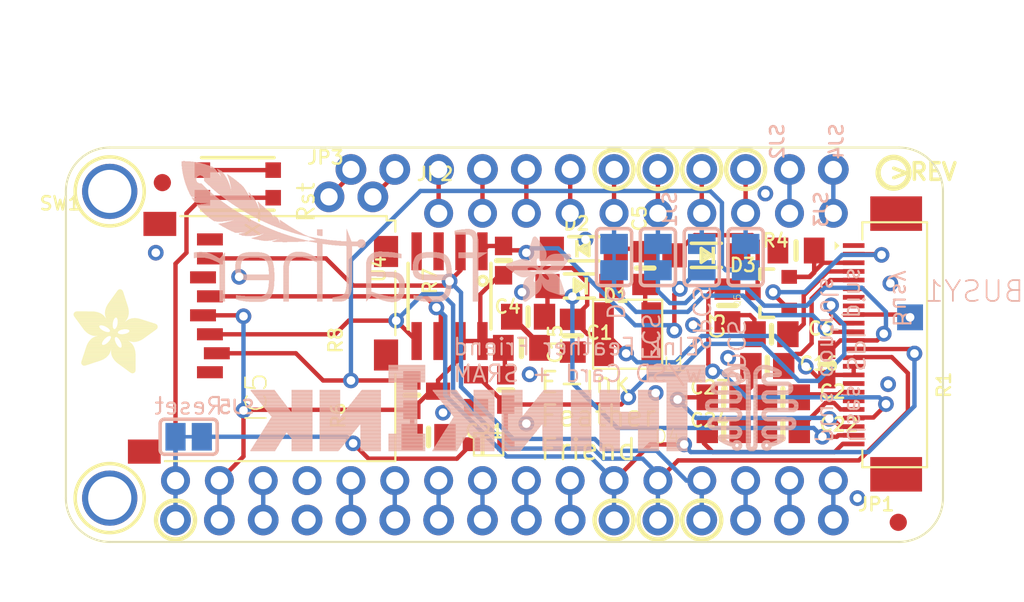
<source format=kicad_pcb>
(kicad_pcb (version 20171130) (host pcbnew 5.1.9-73d0e3b20d~88~ubuntu18.04.1)
  (layers (0 Top signal) (31 Bottom signal) (34 B.Paste user) (35 F.Paste user) (36 B.SilkS user) (37 F.SilkS user) (38 B.Mask user) (39 F.Mask user) (44 Edge.Cuts user))
  (net 0 "")
  (net 1 GND)
  (net 2 3.3V)
  (net 3 "Net-(C16-Pad2)")
  (net 4 /MOSI)
  (net 5 /SCLK)
  (net 6 "Net-(U4-Pad3)")
  (net 7 /SRAM_CS)
  (net 8 /MISO)
  (net 9 "Net-(X1-Pad1)")
  (net 10 /SD_CS)
  (net 11 "Net-(X1-Pad8)")
  (net 12 "Net-(X1-PadCD2)")
  (net 13 "Net-(X1-PadCD1)")
  (net 14 "Net-(C24-Pad2)")
  (net 15 /VGL)
  (net 16 "Net-(C23-Pad2)")
  (net 17 /VGH)
  (net 18 "Net-(C22-Pad2)")
  (net 19 "Net-(EINK1-Pad19)")
  (net 20 "Net-(C2-Pad2)")
  (net 21 /EINK_CS)
  (net 22 /DC)
  (net 23 /EINK_RESET)
  (net 24 /BUSY)
  (net 25 "Net-(EINK1-Pad7)")
  (net 26 "Net-(EINK1-Pad6)")
  (net 27 "Net-(C6-Pad2)")
  (net 28 /RESE)
  (net 29 /GDR)
  (net 30 "Net-(C5-Pad2)")
  (net 31 "Net-(C5-Pad1)")
  (net 32 /RESET)
  (net 33 "Net-(JP1-Pad14)")
  (net 34 "Net-(JP1-Pad1)")
  (net 35 "Net-(JP1-Pad2)")
  (net 36 "Net-(JP1-Pad3)")
  (net 37 "Net-(JP1-Pad7)")
  (net 38 "Net-(JP1-Pad8)")
  (net 39 "Net-(JP1-Pad9)")
  (net 40 "Net-(JP1-Pad10)")
  (net 41 "Net-(JP1-Pad11)")
  (net 42 "Net-(JP1-Pad12)")
  (net 43 "Net-(JP2-Pad10)")
  (net 44 "Net-(JP2-Pad9)")
  (net 45 "Net-(JP2-Pad8)")
  (net 46 "Net-(JP2-Pad7)")
  (net 47 "Net-(JP2-Pad6)")
  (net 48 "Net-(JP2-Pad5)")
  (net 49 "Net-(JP2-Pad4)")
  (net 50 "Net-(JP2-Pad3)")
  (net 51 "Net-(JP2-Pad2)")
  (net 52 "Net-(JP2-Pad1)")
  (net 53 "Net-(JP3-Pad2)")
  (net 54 "Net-(JP3-Pad1)")
  (net 55 "Net-(D4-PadC)")
  (module "Adafruit eInk Feather Friend:FIDUCIAL_1MM" (layer Top) (at 171.3131 115.2976)
    (fp_text reference FID1 hide)
    (fp_text value FIDUCIAL_1MM hide)
    (pad 1 smd roundrect (at 0 0) (size 1 1) (layers Top F.Mask) (roundrect_rratio 0.5))
  )
  (module "Adafruit eInk Feather Friend:0805-NO" (layer Top) (at 152.4595 104.482 90)
    (fp_text reference C15 (at -1.694 -0.5635 90) (layer F.SilkS) (effects (font (size 0.77216 0.77216) (thickness 0.138988)) (justify left bottom)))
    (fp_text value 10uF/10V+)
    (pad 2 smd rect (at 0.95 0 90) (size 1.24 1.5) (layers Top F.Paste F.Mask) (net 2 3.3V))
    (pad 1 smd rect (at -0.95 0 90) (size 1.24 1.5) (layers Top F.Paste F.Mask) (net 1 GND))
  )
  (module "Adafruit eInk Feather Friend:0805-NO" (layer Top) (at 163.7275 106.2334)
    (fp_text reference C16 (at 1.778 0.3175) (layer F.SilkS) (effects (font (size 0.77216 0.77216) (thickness 0.138988)) (justify left bottom)))
    (fp_text value 1uF)
    (pad 2 smd rect (at 0.95 0) (size 1.24 1.5) (layers Top F.Paste F.Mask) (net 3 "Net-(C16-Pad2)"))
    (pad 1 smd rect (at -0.95 0) (size 1.24 1.5) (layers Top F.Paste F.Mask) (net 1 GND))
  )
  (module "Adafruit eInk Feather Friend:0805-NO" (layer Top) (at 144.1081 110.3476)
    (fp_text reference C21 (at 2.032 0.127) (layer F.SilkS) (effects (font (size 0.77216 0.77216) (thickness 0.138988)) (justify left bottom)))
    (fp_text value 10µF)
    (pad 2 smd rect (at 0.95 0) (size 1.24 1.5) (layers Top F.Paste F.Mask) (net 1 GND))
    (pad 1 smd rect (at -0.95 0) (size 1.24 1.5) (layers Top F.Paste F.Mask) (net 2 3.3V))
  )
  (module "Adafruit eInk Feather Friend:SOIC8_150MIL" (layer Top) (at 145.3217 102.1896 180)
    (fp_text reference U4 (at 3.643 0.717 90) (layer F.SilkS) (effects (font (size 0.77216 0.77216) (thickness 0.138988)) (justify left bottom)))
    (fp_text value 23K256-I/SN)
    (pad 5 smd rect (at 1.905 -2.6 180) (size 0.6 2.2) (layers Top F.Paste F.Mask) (net 4 /MOSI))
    (pad 6 smd rect (at 0.635 -2.6 180) (size 0.6 2.2) (layers Top F.Paste F.Mask) (net 5 /SCLK))
    (pad 8 smd rect (at -1.905 -2.6 180) (size 0.6 2.2) (layers Top F.Paste F.Mask) (net 2 3.3V))
    (pad 4 smd rect (at 1.905 2.6 180) (size 0.6 2.2) (layers Top F.Paste F.Mask) (net 1 GND))
    (pad 3 smd rect (at 0.635 2.6 180) (size 0.6 2.2) (layers Top F.Paste F.Mask) (net 6 "Net-(U4-Pad3)"))
    (pad 1 smd rect (at -1.905 2.6 180) (size 0.6 2.2) (layers Top F.Paste F.Mask) (net 7 /SRAM_CS))
    (pad 7 smd rect (at -0.635 -2.6 180) (size 0.6 2.2) (layers Top F.Paste F.Mask) (net 2 3.3V))
    (pad 2 smd rect (at -0.635 2.6 180) (size 0.6 2.2) (layers Top F.Paste F.Mask) (net 8 /MISO))
  )
  (module "Adafruit eInk Feather Friend:0805_10MGAP" (layer Top) (at 149.4863 105.1826)
    (fp_text reference C1 (at 3.678 -0.4215) (layer F.SilkS) (effects (font (size 0.77216 0.77216) (thickness 0.138988)) (justify left bottom)))
    (fp_text value 1uF)
    (pad 2 smd rect (at 1.05 0) (size 1.2 1.5) (layers Top F.Paste F.Mask) (net 1 GND))
    (pad 1 smd rect (at -1.05 0) (size 1.2 1.5) (layers Top F.Paste F.Mask) (net 2 3.3V))
  )
  (module "Adafruit eInk Feather Friend:MICROSD" (layer Top) (at 142.0839 97.5986 270)
    (fp_text reference X1 (at 1.18 7.69 90) (layer F.SilkS) (effects (font (size 0.77216 0.77216) (thickness 0.138988)) (justify left bottom)))
    (fp_text value MICROSD)
    (pad 1 smd rect (at 9 10.64 270) (size 0.7 1.5) (layers Top F.Paste F.Mask) (net 9 "Net-(X1-Pad1)"))
    (pad 2 smd rect (at 7.9 10.24 270) (size 0.7 1.5) (layers Top F.Paste F.Mask) (net 10 /SD_CS))
    (pad 3 smd rect (at 6.8 10.64 270) (size 0.7 1.5) (layers Top F.Paste F.Mask) (net 4 /MOSI))
    (pad 4 smd rect (at 5.7 11.04 270) (size 0.7 1.5) (layers Top F.Paste F.Mask) (net 2 3.3V))
    (pad 5 smd rect (at 4.6 10.64 270) (size 0.7 1.5) (layers Top F.Paste F.Mask) (net 5 /SCLK))
    (pad 6 smd rect (at 3.5 11.04 270) (size 0.7 1.5) (layers Top F.Paste F.Mask) (net 1 GND))
    (pad 7 smd rect (at 2.4 10.64 270) (size 0.7 1.5) (layers Top F.Paste F.Mask) (net 8 /MISO))
    (pad 8 smd rect (at 1.3 10.64 270) (size 0.7 1.5) (layers Top F.Paste F.Mask) (net 11 "Net-(X1-Pad8)"))
    (pad CD2 smd rect (at 8 0.44) (size 1.4 1.8) (layers Top F.Paste F.Mask) (net 12 "Net-(X1-PadCD2)"))
    (pad CD1 smd rect (at 2 0.44) (size 1.4 1.8) (layers Top F.Paste F.Mask) (net 13 "Net-(X1-PadCD1)"))
    (pad MT2 smd rect (at 13.6 14.44 270) (size 1.4 1.9) (layers Top F.Paste F.Mask) (net 1 GND))
    (pad MT1 smd rect (at 0.4 13.54 270) (size 1.4 1.9) (layers Top F.Paste F.Mask) (net 1 GND))
  )
  (module "Adafruit eInk Feather Friend:FIDUCIAL_1MM" (layer Top) (at 128.6891 95.6056)
    (fp_text reference FID3 hide)
    (fp_text value FIDUCIAL_1MM hide)
    (pad 1 smd roundrect (at 0 0) (size 1 1) (layers Top F.Mask) (roundrect_rratio 0.5))
  )
  (module "Adafruit eInk Feather Friend:PCBFEAT-REV-040" (layer Top) (at 171.0436 95.0341)
    (fp_text reference U$9 hide)
    (fp_text value "" hide)
    (fp_text user >REV (at -0.3556 0.508) (layer F.SilkS) (effects (font (size 0.9652 0.9652) (thickness 0.2032)) (justify left bottom)))
  )
  (module "Adafruit eInk Feather Friend:EINK_24PIN" (layer Top) (at 170.9801 105.0036 270)
    (fp_text reference EINK1 hide)
    (fp_text value EINK_24PIN_CONNECTOR hide)
    (pad 24 smd rect (at 5.75 2.25 270) (size 0.275 1.25) (layers Top F.Paste F.Mask) (net 14 "Net-(C24-Pad2)"))
    (pad 23 smd rect (at 5.25 2.25 270) (size 0.275 1.25) (layers Top F.Paste F.Mask) (net 15 /VGL))
    (pad 22 smd rect (at 4.75 2.25 270) (size 0.275 1.25) (layers Top F.Paste F.Mask) (net 16 "Net-(C23-Pad2)"))
    (pad 21 smd rect (at 4.25 2.25 270) (size 0.275 1.25) (layers Top F.Paste F.Mask) (net 17 /VGH))
    (pad 20 smd rect (at 3.75 2.25 270) (size 0.275 1.25) (layers Top F.Paste F.Mask) (net 18 "Net-(C22-Pad2)"))
    (pad 19 smd rect (at 3.25 2.25 270) (size 0.275 1.25) (layers Top F.Paste F.Mask) (net 19 "Net-(EINK1-Pad19)"))
    (pad 18 smd rect (at 2.75 2.25 270) (size 0.275 1.25) (layers Top F.Paste F.Mask) (net 20 "Net-(C2-Pad2)"))
    (pad 17 smd rect (at 2.25 2.25 270) (size 0.275 1.25) (layers Top F.Paste F.Mask) (net 1 GND))
    (pad 16 smd rect (at 1.75 2.25 270) (size 0.275 1.25) (layers Top F.Paste F.Mask) (net 2 3.3V))
    (pad 15 smd rect (at 1.25 2.25 270) (size 0.275 1.25) (layers Top F.Paste F.Mask) (net 2 3.3V))
    (pad 14 smd rect (at 0.75 2.25 270) (size 0.275 1.25) (layers Top F.Paste F.Mask) (net 4 /MOSI))
    (pad 13 smd rect (at 0.25 2.25 270) (size 0.275 1.25) (layers Top F.Paste F.Mask) (net 5 /SCLK))
    (pad 12 smd rect (at -0.25 2.25 270) (size 0.275 1.25) (layers Top F.Paste F.Mask) (net 21 /EINK_CS))
    (pad 11 smd rect (at -0.75 2.25 270) (size 0.275 1.25) (layers Top F.Paste F.Mask) (net 22 /DC))
    (pad 10 smd rect (at -1.25 2.25 270) (size 0.275 1.25) (layers Top F.Paste F.Mask) (net 23 /EINK_RESET))
    (pad 9 smd rect (at -1.75 2.25 270) (size 0.275 1.25) (layers Top F.Paste F.Mask) (net 24 /BUSY))
    (pad 8 smd rect (at -2.25 2.25 270) (size 0.275 1.25) (layers Top F.Paste F.Mask) (net 1 GND))
    (pad 7 smd rect (at -2.75 2.25 270) (size 0.275 1.25) (layers Top F.Paste F.Mask) (net 25 "Net-(EINK1-Pad7)"))
    (pad 6 smd rect (at -3.25 2.25 270) (size 0.275 1.25) (layers Top F.Paste F.Mask) (net 26 "Net-(EINK1-Pad6)"))
    (pad 5 smd rect (at -3.75 2.25 270) (size 0.275 1.25) (layers Top F.Paste F.Mask) (net 3 "Net-(C16-Pad2)"))
    (pad 4 smd rect (at -4.25 2.25 270) (size 0.275 1.25) (layers Top F.Paste F.Mask) (net 27 "Net-(C6-Pad2)"))
    (pad 3 smd rect (at -4.75 2.25 270) (size 0.275 1.25) (layers Top F.Paste F.Mask) (net 28 /RESE))
    (pad 2 smd rect (at -5.25 2.25 270) (size 0.275 1.25) (layers Top F.Paste F.Mask) (net 29 /GDR))
    (pad 1 smd rect (at -5.75 2.25 270) (size 0.275 1.25) (layers Top F.Paste F.Mask))
    (pad SPRT2 smd rect (at 7.51 -0.21 180) (size 3 2) (layers Top F.Paste F.Mask))
    (pad SPRT1 smd rect (at -7.6 -0.21 180) (size 3 2) (layers Top F.Paste F.Mask))
  )
  (module "Adafruit eInk Feather Friend:0805-NO" (layer Top) (at 164.6301 108.0516)
    (fp_text reference C2 (at 2.032 0.127) (layer F.SilkS) (effects (font (size 0.77216 0.77216) (thickness 0.138988)) (justify left bottom)))
    (fp_text value 1uF/10V)
    (pad 2 smd rect (at 0.95 0) (size 1.24 1.5) (layers Top F.Paste F.Mask) (net 20 "Net-(C2-Pad2)"))
    (pad 1 smd rect (at -0.95 0) (size 1.24 1.5) (layers Top F.Paste F.Mask) (net 1 GND))
  )
  (module "Adafruit eInk Feather Friend:0805-NO" (layer Top) (at 164.6301 109.9566)
    (fp_text reference C22 (at 2.032 0.127) (layer F.SilkS) (effects (font (size 0.77216 0.77216) (thickness 0.138988)) (justify left bottom)))
    (fp_text value 1uF/25V)
    (pad 2 smd rect (at 0.95 0) (size 1.24 1.5) (layers Top F.Paste F.Mask) (net 18 "Net-(C22-Pad2)"))
    (pad 1 smd rect (at -0.95 0) (size 1.24 1.5) (layers Top F.Paste F.Mask) (net 1 GND))
  )
  (module "Adafruit eInk Feather Friend:0805-NO" (layer Top) (at 161.2011 108.0516 180)
    (fp_text reference C23 (at 2.032 0.127) (layer F.SilkS) (effects (font (size 0.77216 0.77216) (thickness 0.138988)) (justify left bottom)))
    (fp_text value 1uF/25V)
    (pad 2 smd rect (at 0.95 0 180) (size 1.24 1.5) (layers Top F.Paste F.Mask) (net 16 "Net-(C23-Pad2)"))
    (pad 1 smd rect (at -0.95 0 180) (size 1.24 1.5) (layers Top F.Paste F.Mask) (net 1 GND))
  )
  (module "Adafruit eInk Feather Friend:0805-NO" (layer Top) (at 161.2011 109.9566 180)
    (fp_text reference C24 (at 2.032 0.127) (layer F.SilkS) (effects (font (size 0.77216 0.77216) (thickness 0.138988)) (justify left bottom)))
    (fp_text value 1uF)
    (pad 2 smd rect (at 0.95 0 180) (size 1.24 1.5) (layers Top F.Paste F.Mask) (net 14 "Net-(C24-Pad2)"))
    (pad 1 smd rect (at -0.95 0 180) (size 1.24 1.5) (layers Top F.Paste F.Mask) (net 1 GND))
  )
  (module "Adafruit eInk Feather Friend:0805-NO" (layer Top) (at 161.417 102.7303 270)
    (fp_text reference C3 (at 2.032 0.127 90) (layer F.SilkS) (effects (font (size 0.77216 0.77216) (thickness 0.138988)) (justify left bottom)))
    (fp_text value 1uF/25V)
    (pad 2 smd rect (at 0.95 0 270) (size 1.24 1.5) (layers Top F.Paste F.Mask) (net 1 GND))
    (pad 1 smd rect (at -0.95 0 270) (size 1.24 1.5) (layers Top F.Paste F.Mask) (net 17 /VGH))
  )
  (module "Adafruit eInk Feather Friend:0805-NO" (layer Top) (at 149.8727 103.378 180)
    (fp_text reference C4 (at 2.032 0.127) (layer F.SilkS) (effects (font (size 0.77216 0.77216) (thickness 0.138988)) (justify left bottom)))
    (fp_text value 1uF/25V)
    (pad 2 smd rect (at 0.95 0 180) (size 1.24 1.5) (layers Top F.Paste F.Mask) (net 1 GND))
    (pad 1 smd rect (at -0.95 0 180) (size 1.24 1.5) (layers Top F.Paste F.Mask) (net 15 /VGL))
  )
  (module "Adafruit eInk Feather Friend:SOD-123" (layer Top) (at 153.0985 99.441)
    (fp_text reference D2 (at -1.27 -1.016) (layer F.SilkS) (effects (font (size 0.77216 0.77216) (thickness 0.138988)) (justify left bottom)))
    (fp_text value MBR0530)
    (pad A smd rect (at 1.85 0 90) (size 1.4 1.4) (layers Top F.Paste F.Mask) (net 30 "Net-(C5-Pad2)"))
    (pad C smd rect (at -1.85 0 90) (size 1.4 1.4) (layers Top F.Paste F.Mask) (net 1 GND))
  )
  (module "Adafruit eInk Feather Friend:SOD-123" (layer Top) (at 152.8445 101.6 180)
    (fp_text reference D1 (at -1.27 -1.016) (layer F.SilkS) (effects (font (size 0.77216 0.77216) (thickness 0.138988)) (justify left bottom)))
    (fp_text value MBR0530)
    (pad A smd rect (at 1.85 0 270) (size 1.4 1.4) (layers Top F.Paste F.Mask) (net 15 /VGL))
    (pad C smd rect (at -1.85 0 270) (size 1.4 1.4) (layers Top F.Paste F.Mask) (net 30 "Net-(C5-Pad2)"))
  )
  (module "Adafruit eInk Feather Friend:0805-NO" (layer Top) (at 156.6545 100.5586 90)
    (fp_text reference C5 (at 2.032 0.127 90) (layer F.SilkS) (effects (font (size 0.77216 0.77216) (thickness 0.138988)) (justify left bottom)))
    (fp_text value 10uF/25V)
    (pad 2 smd rect (at 0.95 0 90) (size 1.24 1.5) (layers Top F.Paste F.Mask) (net 30 "Net-(C5-Pad2)"))
    (pad 1 smd rect (at -0.95 0 90) (size 1.24 1.5) (layers Top F.Paste F.Mask) (net 31 "Net-(C5-Pad1)"))
  )
  (module "Adafruit eInk Feather Friend:SOD-123" (layer Top) (at 160.1978 99.822 180)
    (fp_text reference D3 (at -1.27 -1.016) (layer F.SilkS) (effects (font (size 0.77216 0.77216) (thickness 0.138988)) (justify left bottom)))
    (fp_text value MBR0530)
    (pad A smd rect (at 1.85 0 270) (size 1.4 1.4) (layers Top F.Paste F.Mask) (net 31 "Net-(C5-Pad1)"))
    (pad C smd rect (at -1.85 0 270) (size 1.4 1.4) (layers Top F.Paste F.Mask) (net 17 /VGH))
  )
  (module "Adafruit eInk Feather Friend:INDUCTOR_4X4MM_NR401" (layer Top) (at 155.6385 104.394 180)
    (fp_text reference L1 (at -2 -2.2) (layer F.SilkS) (effects (font (size 0.77216 0.77216) (thickness 0.092659)) (justify left bottom)))
    (fp_text value 10uH)
    (pad P$2 smd rect (at 1.4 0 180) (size 1.2 3.7) (layers Top F.Paste F.Mask) (net 2 3.3V))
    (pad P$1 smd rect (at -1.4 0 180) (size 1.2 3.7) (layers Top F.Paste F.Mask) (net 31 "Net-(C5-Pad1)"))
  )
  (module "Adafruit eInk Feather Friend:0805_10MGAP" (layer Top) (at 165.3921 99.5426 180)
    (fp_text reference R4 (at 2.032 0.127) (layer F.SilkS) (effects (font (size 0.77216 0.77216) (thickness 0.138988)) (justify left bottom)))
    (fp_text value .47ohm)
    (pad 2 smd rect (at 1.05 0 180) (size 1.2 1.5) (layers Top F.Paste F.Mask) (net 1 GND))
    (pad 1 smd rect (at -1.05 0 180) (size 1.2 1.5) (layers Top F.Paste F.Mask) (net 28 /RESE))
  )
  (module "Adafruit eInk Feather Friend:SOT23-3" (layer Top) (at 163.9951 102.0191 90)
    (fp_text reference Q5 (at -0.8255 -1.778 90) (layer F.SilkS) (effects (font (size 0.38608 0.38608) (thickness 0.030886)) (justify left bottom)))
    (fp_text value IRLML0100)
    (pad 3 smd rect (at 0 -1.1 90) (size 0.8 0.9) (layers Top F.Paste F.Mask) (net 31 "Net-(C5-Pad1)"))
    (pad 2 smd rect (at 0.95 1 90) (size 0.8 0.9) (layers Top F.Paste F.Mask) (net 28 /RESE))
    (pad 1 smd rect (at -0.95 1 90) (size 0.8 0.9) (layers Top F.Paste F.Mask) (net 29 /GDR))
  )
  (module "Adafruit eInk Feather Friend:0805-NO" (layer Top) (at 163.9697 104.394)
    (fp_text reference C6 (at 2.032 0.127) (layer F.SilkS) (effects (font (size 0.77216 0.77216) (thickness 0.138988)) (justify left bottom)))
    (fp_text value 1uF/10V)
    (pad 2 smd rect (at 0.95 0) (size 1.24 1.5) (layers Top F.Paste F.Mask) (net 27 "Net-(C6-Pad2)"))
    (pad 1 smd rect (at -0.95 0) (size 1.24 1.5) (layers Top F.Paste F.Mask) (net 1 GND))
  )
  (module "Adafruit eInk Feather Friend:FEATHERWING_NOHOLES" (layer Top) (at 123.1011 116.4336)
    (fp_text reference MS1 hide)
    (fp_text value FEATHERWING_NOHOLES hide)
    (pad 1 thru_hole circle (at 6.35 -1.27) (size 1.778 1.778) (drill 1) (layers *.Cu *.Mask) (net 32 /RESET))
    (pad 2 thru_hole circle (at 8.89 -1.27) (size 1.778 1.778) (drill 1) (layers *.Cu *.Mask) (net 2 3.3V))
    (pad 3 thru_hole circle (at 11.43 -1.27) (size 1.778 1.778) (drill 1) (layers *.Cu *.Mask) (net 33 "Net-(JP1-Pad14)"))
    (pad 4 thru_hole circle (at 13.97 -1.27) (size 1.778 1.778) (drill 1) (layers *.Cu *.Mask) (net 1 GND))
    (pad 16 thru_hole circle (at 44.45 -1.27) (size 1.778 1.778) (drill 1) (layers *.Cu *.Mask) (net 34 "Net-(JP1-Pad1)"))
    (pad 15 thru_hole circle (at 41.91 -1.27) (size 1.778 1.778) (drill 1) (layers *.Cu *.Mask) (net 35 "Net-(JP1-Pad2)"))
    (pad 14 thru_hole circle (at 39.37 -1.27) (size 1.778 1.778) (drill 1) (layers *.Cu *.Mask) (net 36 "Net-(JP1-Pad3)"))
    (pad 13 thru_hole circle (at 36.83 -1.27) (size 1.778 1.778) (drill 1) (layers *.Cu *.Mask) (net 8 /MISO))
    (pad 12 thru_hole circle (at 34.29 -1.27) (size 1.778 1.778) (drill 1) (layers *.Cu *.Mask) (net 4 /MOSI))
    (pad 11 thru_hole circle (at 31.75 -1.27) (size 1.778 1.778) (drill 1) (layers *.Cu *.Mask) (net 5 /SCLK))
    (pad 10 thru_hole circle (at 29.21 -1.27) (size 1.778 1.778) (drill 1) (layers *.Cu *.Mask) (net 37 "Net-(JP1-Pad7)"))
    (pad 9 thru_hole circle (at 26.67 -1.27) (size 1.778 1.778) (drill 1) (layers *.Cu *.Mask) (net 38 "Net-(JP1-Pad8)"))
    (pad 8 thru_hole circle (at 24.13 -1.27) (size 1.778 1.778) (drill 1) (layers *.Cu *.Mask) (net 39 "Net-(JP1-Pad9)"))
    (pad 7 thru_hole circle (at 21.59 -1.27) (size 1.778 1.778) (drill 1) (layers *.Cu *.Mask) (net 40 "Net-(JP1-Pad10)"))
    (pad 6 thru_hole circle (at 19.05 -1.27) (size 1.778 1.778) (drill 1) (layers *.Cu *.Mask) (net 41 "Net-(JP1-Pad11)"))
    (pad 5 thru_hole circle (at 16.51 -1.27) (size 1.778 1.778) (drill 1) (layers *.Cu *.Mask) (net 42 "Net-(JP1-Pad12)"))
    (pad 17 thru_hole circle (at 44.45 -21.59) (size 1.778 1.778) (drill 1) (layers *.Cu *.Mask) (net 43 "Net-(JP2-Pad10)"))
    (pad 18 thru_hole circle (at 41.91 -21.59) (size 1.778 1.778) (drill 1) (layers *.Cu *.Mask) (net 44 "Net-(JP2-Pad9)"))
    (pad 19 thru_hole circle (at 39.37 -21.59) (size 1.778 1.778) (drill 1) (layers *.Cu *.Mask) (net 45 "Net-(JP2-Pad8)"))
    (pad 20 thru_hole circle (at 36.83 -21.59) (size 1.778 1.778) (drill 1) (layers *.Cu *.Mask) (net 46 "Net-(JP2-Pad7)"))
    (pad 21 thru_hole circle (at 34.29 -21.59) (size 1.778 1.778) (drill 1) (layers *.Cu *.Mask) (net 47 "Net-(JP2-Pad6)"))
    (pad 22 thru_hole circle (at 31.75 -21.59) (size 1.778 1.778) (drill 1) (layers *.Cu *.Mask) (net 48 "Net-(JP2-Pad5)"))
    (pad 23 thru_hole circle (at 29.21 -21.59) (size 1.778 1.778) (drill 1) (layers *.Cu *.Mask) (net 49 "Net-(JP2-Pad4)"))
    (pad 24 thru_hole circle (at 26.67 -21.59) (size 1.778 1.778) (drill 1) (layers *.Cu *.Mask) (net 50 "Net-(JP2-Pad3)"))
    (pad 25 thru_hole circle (at 24.13 -21.59) (size 1.778 1.778) (drill 1) (layers *.Cu *.Mask) (net 51 "Net-(JP2-Pad2)"))
    (pad 26 thru_hole circle (at 21.59 -21.59) (size 1.778 1.778) (drill 1) (layers *.Cu *.Mask) (net 52 "Net-(JP2-Pad1)"))
    (pad 27 thru_hole circle (at 19.05 -21.59) (size 1.778 1.778) (drill 1) (layers *.Cu *.Mask) (net 53 "Net-(JP3-Pad2)"))
    (pad 28 thru_hole circle (at 16.51 -21.59) (size 1.778 1.778) (drill 1) (layers *.Cu *.Mask) (net 54 "Net-(JP3-Pad1)"))
  )
  (module "Adafruit eInk Feather Friend:SOT23" (layer Top) (at 145.7579 107.696 90)
    (fp_text reference IC5 (at -1.905 -10.922 90) (layer F.SilkS) (effects (font (size 1.2065 1.2065) (thickness 0.09652)) (justify left bottom)))
    (fp_text value AXP803)
    (pad 1 smd rect (at -0.95 1.1 90) (size 1 1.4) (layers Top F.Paste F.Mask) (net 1 GND))
    (pad 2 smd rect (at 0.95 1.1 90) (size 1 1.4) (layers Top F.Paste F.Mask) (net 23 /EINK_RESET))
    (pad 3 smd rect (at 0 -1.1 90) (size 1 1.4) (layers Top F.Paste F.Mask) (net 2 3.3V))
  )
  (module "Adafruit eInk Feather Friend:0603-NO" (layer Top) (at 148.5773 107.6198 90)
    (fp_text reference R8 (at 2.032 -9.398 90) (layer F.SilkS) (effects (font (size 0.77216 0.77216) (thickness 0.138988)) (justify left bottom)))
    (fp_text value 100K)
    (pad 2 smd rect (at 0.85 0 90) (size 1.075 1) (layers Top F.Paste F.Mask) (net 2 3.3V))
    (pad 1 smd rect (at -0.85 0 90) (size 1.075 1) (layers Top F.Paste F.Mask) (net 23 /EINK_RESET))
  )
  (module "Adafruit eInk Feather Friend:SOD-323F" (layer Top) (at 147.5867 110.7694 180)
    (fp_text reference D4 (at -9.547 -0.011) (layer F.SilkS) (effects (font (size 0.77216 0.77216) (thickness 0.061772)) (justify left bottom)))
    (fp_text value 1N4148)
    (pad C smd rect (at 1 0 180) (size 1 0.8) (layers Top F.Paste F.Mask) (net 55 "Net-(D4-PadC)"))
    (pad A smd rect (at -1 0 180) (size 1 0.8) (layers Top F.Paste F.Mask) (net 23 /EINK_RESET))
  )
  (module "Adafruit eInk Feather Friend:BTN_KMR2_4.6X2.8" (layer Top) (at 133.0579 95.6818)
    (fp_text reference SW1 (at -11.557 1.58) (layer F.SilkS) (effects (font (size 0.77216 0.77216) (thickness 0.138988)) (justify left bottom)))
    (fp_text value "6mm SMT")
    (pad A' smd rect (at -2.05 -0.8) (size 0.9 0.9) (layers Top F.Paste F.Mask) (net 1 GND))
    (pad B' smd rect (at -2.05 0.8) (size 0.9 0.9) (layers Top F.Paste F.Mask) (net 32 /RESET))
    (pad B smd rect (at 2.05 0.8) (size 0.9 0.9) (layers Top F.Paste F.Mask) (net 32 /RESET))
    (pad A smd rect (at 2.05 -0.8) (size 0.9 0.9) (layers Top F.Paste F.Mask) (net 1 GND))
  )
  (module "Adafruit eInk Feather Friend:0603-NO" (layer Top) (at 167.1701 106.1466 270)
    (fp_text reference R1 (at 2.032 -7.239 90) (layer F.SilkS) (effects (font (size 0.77216 0.77216) (thickness 0.138988)) (justify left bottom)))
    (fp_text value 100K)
    (pad 2 smd rect (at 0.85 0 270) (size 1.075 1) (layers Top F.Paste F.Mask) (net 2 3.3V))
    (pad 1 smd rect (at -0.85 0 270) (size 1.075 1) (layers Top F.Paste F.Mask) (net 21 /EINK_CS))
  )
  (module "Adafruit eInk Feather Friend:SOLDERJUMPER_CLOSEDWIRE" (layer Bottom) (at 157.3911 99.9236 270)
    (fp_text reference SJ1 (at -1.651 -1.143 90) (layer B.SilkS) (effects (font (size 0.77216 0.77216) (thickness 0.138988)) (justify right bottom mirror)))
    (fp_text value SOLDERJUMPER_CLOSED)
    (pad WIRE smd rect (at 0 0 90) (size 0.635 0.2032) (layers Bottom B.Mask))
    (pad 2 smd rect (at 0.762 0 270) (size 1.1684 1.6002) (layers Bottom B.Mask) (net 21 /EINK_CS))
    (pad 1 smd rect (at -0.762 0 270) (size 1.1684 1.6002) (layers Bottom B.Mask) (net 47 "Net-(JP2-Pad6)"))
  )
  (module "Adafruit eInk Feather Friend:SOLDERJUMPER_CLOSEDWIRE" (layer Bottom) (at 159.9311 99.9236 270)
    (fp_text reference SJ2 (at -5.588 -4.826 90) (layer B.SilkS) (effects (font (size 0.77216 0.77216) (thickness 0.138988)) (justify right bottom mirror)))
    (fp_text value SOLDERJUMPER_CLOSED)
    (pad WIRE smd rect (at 0 0 90) (size 0.635 0.2032) (layers Bottom B.Mask))
    (pad 2 smd rect (at 0.762 0 270) (size 1.1684 1.6002) (layers Bottom B.Mask) (net 7 /SRAM_CS))
    (pad 1 smd rect (at -0.762 0 270) (size 1.1684 1.6002) (layers Bottom B.Mask) (net 46 "Net-(JP2-Pad7)"))
  )
  (module "Adafruit eInk Feather Friend:SOLDERJUMPER_CLOSEDWIRE" (layer Bottom) (at 162.4711 99.9236 270)
    (fp_text reference SJ3 (at -1.651 -4.826 90) (layer B.SilkS) (effects (font (size 0.77216 0.77216) (thickness 0.138988)) (justify right bottom mirror)))
    (fp_text value SOLDERJUMPER_CLOSED)
    (pad WIRE smd rect (at 0 0 90) (size 0.635 0.2032) (layers Bottom B.Mask))
    (pad 2 smd rect (at 0.762 0 270) (size 1.1684 1.6002) (layers Bottom B.Mask) (net 10 /SD_CS))
    (pad 1 smd rect (at -0.762 0 270) (size 1.1684 1.6002) (layers Bottom B.Mask) (net 45 "Net-(JP2-Pad8)"))
  )
  (module "Adafruit eInk Feather Friend:0603-NO" (layer Top) (at 143.1417 107.9246 270)
    (fp_text reference R6 (at 2.032 3.81 90) (layer F.SilkS) (effects (font (size 0.77216 0.77216) (thickness 0.138988)) (justify left bottom)))
    (fp_text value 100K)
    (pad 2 smd rect (at 0.85 0 270) (size 1.075 1) (layers Top F.Paste F.Mask) (net 2 3.3V))
    (pad 1 smd rect (at -0.85 0 270) (size 1.075 1) (layers Top F.Paste F.Mask) (net 10 /SD_CS))
  )
  (module "Adafruit eInk Feather Friend:0603-NO" (layer Top) (at 148.4503 100.1268 270)
    (fp_text reference R7 (at 2.032 3.81 90) (layer F.SilkS) (effects (font (size 0.77216 0.77216) (thickness 0.138988)) (justify left bottom)))
    (fp_text value 100K)
    (pad 2 smd rect (at 0.85 0 270) (size 1.075 1) (layers Top F.Paste F.Mask) (net 2 3.3V))
    (pad 1 smd rect (at -0.85 0 270) (size 1.075 1) (layers Top F.Paste F.Mask) (net 7 /SRAM_CS))
  )
  (module "Adafruit eInk Feather Friend:SOLDERJUMPER_CLOSEDWIRE" (layer Bottom) (at 154.8511 99.9236 270)
    (fp_text reference SJ4 (at -5.588 -13.335 90) (layer B.SilkS) (effects (font (size 0.77216 0.77216) (thickness 0.138988)) (justify right bottom mirror)))
    (fp_text value SOLDERJUMPER_CLOSED)
    (pad WIRE smd rect (at 0 0 90) (size 0.635 0.2032) (layers Bottom B.Mask))
    (pad 2 smd rect (at 0.762 0 270) (size 1.1684 1.6002) (layers Bottom B.Mask) (net 22 /DC))
    (pad 1 smd rect (at -0.762 0 270) (size 1.1684 1.6002) (layers Bottom B.Mask) (net 48 "Net-(JP2-Pad5)"))
  )
  (module "Adafruit eInk Feather Friend:ADAFRUIT_5MM" (layer Top) (at 123.5456 106.6546)
    (fp_text reference U$8 hide)
    (fp_text value "" hide)
  )
  (module "Adafruit eInk Feather Friend:TP15SQ" (layer Bottom) (at 171.9961 103.4161 180)
    (fp_text reference BUSY1 (at -0.7501 0.8001) (layer B.SilkS) (effects (font (size 1.2065 1.2065) (thickness 0.09652)) (justify right bottom mirror)))
    (fp_text value TPTP15SQ)
    (pad TP smd rect (at 0 0 180) (size 1.5 1.5) (layers Bottom B.Mask) (net 24 /BUSY))
  )
  (module "Adafruit eInk Feather Friend:1X16_ROUND" (layer Top) (at 148.5011 112.8776 180)
    (fp_text reference JP1 (at -20.3962 -1.8288) (layer F.SilkS) (effects (font (size 0.77216 0.77216) (thickness 0.138988)) (justify left bottom)))
    (fp_text value HEADER-1X16ROUND)
    (pad 16 thru_hole circle (at 19.05 0 270) (size 1.6764 1.6764) (drill 1) (layers *.Cu *.Mask) (net 32 /RESET))
    (pad 15 thru_hole circle (at 16.51 0 270) (size 1.6764 1.6764) (drill 1) (layers *.Cu *.Mask) (net 2 3.3V))
    (pad 14 thru_hole circle (at 13.97 0 270) (size 1.6764 1.6764) (drill 1) (layers *.Cu *.Mask) (net 33 "Net-(JP1-Pad14)"))
    (pad 13 thru_hole circle (at 11.43 0 270) (size 1.6764 1.6764) (drill 1) (layers *.Cu *.Mask) (net 1 GND))
    (pad 12 thru_hole circle (at 8.89 0 270) (size 1.6764 1.6764) (drill 1) (layers *.Cu *.Mask) (net 42 "Net-(JP1-Pad12)"))
    (pad 11 thru_hole circle (at 6.35 0 270) (size 1.6764 1.6764) (drill 1) (layers *.Cu *.Mask) (net 41 "Net-(JP1-Pad11)"))
    (pad 10 thru_hole circle (at 3.81 0 270) (size 1.6764 1.6764) (drill 1) (layers *.Cu *.Mask) (net 40 "Net-(JP1-Pad10)"))
    (pad 9 thru_hole circle (at 1.27 0 270) (size 1.6764 1.6764) (drill 1) (layers *.Cu *.Mask) (net 39 "Net-(JP1-Pad9)"))
    (pad 8 thru_hole circle (at -1.27 0 270) (size 1.6764 1.6764) (drill 1) (layers *.Cu *.Mask) (net 38 "Net-(JP1-Pad8)"))
    (pad 7 thru_hole circle (at -3.81 0 270) (size 1.6764 1.6764) (drill 1) (layers *.Cu *.Mask) (net 37 "Net-(JP1-Pad7)"))
    (pad 6 thru_hole circle (at -6.35 0 270) (size 1.6764 1.6764) (drill 1) (layers *.Cu *.Mask) (net 5 /SCLK))
    (pad 5 thru_hole circle (at -8.89 0 270) (size 1.6764 1.6764) (drill 1) (layers *.Cu *.Mask) (net 4 /MOSI))
    (pad 4 thru_hole circle (at -11.43 0 270) (size 1.6764 1.6764) (drill 1) (layers *.Cu *.Mask) (net 8 /MISO))
    (pad 3 thru_hole circle (at -13.97 0 270) (size 1.6764 1.6764) (drill 1) (layers *.Cu *.Mask) (net 36 "Net-(JP1-Pad3)"))
    (pad 2 thru_hole circle (at -16.51 0 270) (size 1.6764 1.6764) (drill 1) (layers *.Cu *.Mask) (net 35 "Net-(JP1-Pad2)"))
    (pad 1 thru_hole circle (at -19.05 0 270) (size 1.6764 1.6764) (drill 1) (layers *.Cu *.Mask) (net 34 "Net-(JP1-Pad1)"))
  )
  (module "Adafruit eInk Feather Friend:1X10_ROUND" (layer Top) (at 156.1211 97.3836)
    (fp_text reference JP2 (at -12.7762 -1.8288) (layer F.SilkS) (effects (font (size 0.77216 0.77216) (thickness 0.138988)) (justify left bottom)))
    (fp_text value HEADER-1X10ROUND)
    (pad 10 thru_hole circle (at 11.43 0 90) (size 1.6764 1.6764) (drill 1) (layers *.Cu *.Mask) (net 43 "Net-(JP2-Pad10)"))
    (pad 9 thru_hole circle (at 8.89 0 90) (size 1.6764 1.6764) (drill 1) (layers *.Cu *.Mask) (net 44 "Net-(JP2-Pad9)"))
    (pad 8 thru_hole circle (at 6.35 0 90) (size 1.6764 1.6764) (drill 1) (layers *.Cu *.Mask) (net 45 "Net-(JP2-Pad8)"))
    (pad 7 thru_hole circle (at 3.81 0 90) (size 1.6764 1.6764) (drill 1) (layers *.Cu *.Mask) (net 46 "Net-(JP2-Pad7)"))
    (pad 6 thru_hole circle (at 1.27 0 90) (size 1.6764 1.6764) (drill 1) (layers *.Cu *.Mask) (net 47 "Net-(JP2-Pad6)"))
    (pad 5 thru_hole circle (at -1.27 0 90) (size 1.6764 1.6764) (drill 1) (layers *.Cu *.Mask) (net 48 "Net-(JP2-Pad5)"))
    (pad 4 thru_hole circle (at -3.81 0 90) (size 1.6764 1.6764) (drill 1) (layers *.Cu *.Mask) (net 49 "Net-(JP2-Pad4)"))
    (pad 3 thru_hole circle (at -6.35 0 90) (size 1.6764 1.6764) (drill 1) (layers *.Cu *.Mask) (net 50 "Net-(JP2-Pad3)"))
    (pad 2 thru_hole circle (at -8.89 0 90) (size 1.6764 1.6764) (drill 1) (layers *.Cu *.Mask) (net 51 "Net-(JP2-Pad2)"))
    (pad 1 thru_hole circle (at -11.43 0 90) (size 1.6764 1.6764) (drill 1) (layers *.Cu *.Mask) (net 52 "Net-(JP2-Pad1)"))
  )
  (module "Adafruit eInk Feather Friend:MOUNTINGHOLE_2.5_PLATED" (layer Top) (at 125.6411 96.1136)
    (fp_text reference U$3 hide)
    (fp_text value MOUNTINGHOLE2.5 hide)
    (pad P$1 thru_hole circle (at 0 0) (size 3.2 3.2) (drill 2.5) (layers *.Cu *.Mask))
  )
  (module "Adafruit eInk Feather Friend:MOUNTINGHOLE_2.5_PLATED" (layer Top) (at 125.6411 113.8936)
    (fp_text reference U$4 hide)
    (fp_text value MOUNTINGHOLE2.5 hide)
    (pad P$1 thru_hole circle (at 0 0) (size 3.2 3.2) (drill 2.5) (layers *.Cu *.Mask))
  )
  (module "Adafruit eInk Feather Friend:THINKINK_1.25IN" (layer Bottom) (at 165.5191 111.1631 180)
    (fp_text reference U$5 hide)
    (fp_text value "" hide)
  )
  (module "Adafruit eInk Feather Friend:FEATHERLOGO_MED" (layer Bottom) (at 147.6121 102.5906 180)
    (fp_text reference U$6 hide)
    (fp_text value "" hide)
  )
  (module "Adafruit eInk Feather Friend:SOLDERJUMPER_CLOSEDWIRE" (layer Bottom) (at 130.2131 110.3376 180)
    (fp_text reference SJ5 (at -1.651 1.27) (layer B.SilkS) (effects (font (size 0.77216 0.77216) (thickness 0.138988)) (justify right bottom mirror)))
    (fp_text value SOLDERJUMPER_CLOSED)
    (pad WIRE smd rect (at 0 0) (size 0.635 0.2032) (layers Bottom B.Mask))
    (pad 2 smd rect (at 0.762 0 180) (size 1.1684 1.6002) (layers Bottom B.Mask) (net 32 /RESET))
    (pad 1 smd rect (at -0.762 0 180) (size 1.1684 1.6002) (layers Bottom B.Mask) (net 55 "Net-(D4-PadC)"))
  )
  (module "Adafruit eInk Feather Friend:1X02_ROUND" (layer Top) (at 139.6111 96.4311)
    (fp_text reference JP3 (at -2.6162 -1.8288) (layer F.SilkS) (effects (font (size 0.77216 0.77216) (thickness 0.138988)) (justify left bottom)))
    (fp_text value HEADER-1X2ROUND)
    (pad 2 thru_hole circle (at 1.27 0 90) (size 1.778 1.778) (drill 1) (layers *.Cu *.Mask) (net 53 "Net-(JP3-Pad2)"))
    (pad 1 thru_hole circle (at -1.27 0 90) (size 1.778 1.778) (drill 1) (layers *.Cu *.Mask) (net 54 "Net-(JP3-Pad1)"))
  )
  (module "Adafruit eInk Feather Friend:ADAFRUIT_3.5MM" (layer Bottom) (at 152.3746 102.5271 180)
    (fp_text reference U$17 hide)
    (fp_text value "" hide)
  )
  (gr_text DC (at 154.9146 102.5906 -90) (layer B.SilkS) (effects (font (size 0.9652 0.9652) (thickness 0.12192)) (justify mirror)))
  (gr_text ECS (at 157.5181 103.0986 -90) (layer B.SilkS) (effects (font (size 0.9652 0.9652) (thickness 0.12192)) (justify right top mirror)))
  (gr_text SRCS (at 159.893 103.4542 -90) (layer B.SilkS) (effects (font (size 0.9652 0.9652) (thickness 0.12192)) (justify mirror)))
  (gr_text SDCS (at 162.4711 103.4796 -90) (layer B.SilkS) (effects (font (size 0.9652 0.9652) (thickness 0.12192)) (justify right top mirror)))
  (gr_text "E-Ink\nFeather\nFriend" (at 150.4696 109.1311) (layer F.SilkS) (effects (font (size 1.2065 1.2065) (thickness 0.1524)) (justify left)))
  (gr_text Rst (at 136.4488 95.5167 90) (layer F.SilkS) (effects (font (size 0.9652 0.9652) (thickness 0.12192)) (justify right top)))
  (gr_text Busy (at 172.0596 100.5586 -90) (layer B.SilkS) (effects (font (size 0.9652 0.9652) (thickness 0.12192)) (justify right top mirror)))
  (gr_line (start 173.9011 96.1136) (end 173.9011 113.8936) (layer Edge.Cuts) (width 0.05))
  (gr_arc (start 171.3611 113.8936) (end 173.9011 113.8936) (angle 90) (layer Edge.Cuts) (width 0.05))
  (gr_line (start 171.3611 116.4336) (end 125.6411 116.4336) (layer Edge.Cuts) (width 0.05))
  (gr_arc (start 125.6411 113.8936) (end 125.6411 116.4336) (angle 90) (layer Edge.Cuts) (width 0.05))
  (gr_line (start 123.1011 113.8936) (end 123.1011 96.1136) (layer Edge.Cuts) (width 0.05))
  (gr_arc (start 125.6411 96.1136) (end 123.1011 96.1136) (angle 90) (layer Edge.Cuts) (width 0.05))
  (gr_line (start 125.6411 93.5736) (end 171.3611 93.5736) (layer Edge.Cuts) (width 0.05))
  (gr_arc (start 171.3611 96.1136) (end 171.3611 93.5736) (angle 90) (layer Edge.Cuts) (width 0.05))
  (gr_text Reset (at 130.2131 108.5596) (layer B.SilkS) (effects (font (size 0.9652 0.9652) (thickness 0.12192)) (justify mirror)))
  (gr_circle (center 159.9311 115.1636) (end 161.061684 115.1636) (layer F.SilkS) (width 0.254))
  (gr_circle (center 157.3911 115.1636) (end 158.521684 115.1636) (layer F.SilkS) (width 0.254))
  (gr_circle (center 154.8511 115.1636) (end 155.981684 115.1636) (layer F.SilkS) (width 0.254))
  (gr_circle (center 162.4711 94.8436) (end 163.601684 94.8436) (layer F.SilkS) (width 0.254))
  (gr_circle (center 159.9311 94.8436) (end 161.061684 94.8436) (layer F.SilkS) (width 0.254))
  (gr_circle (center 157.3911 94.8436) (end 158.521684 94.8436) (layer F.SilkS) (width 0.254))
  (gr_circle (center 154.8511 94.8436) (end 155.981684 94.8436) (layer F.SilkS) (width 0.254))
  (gr_circle (center 129.4511 115.1636) (end 130.581684 115.1636) (layer F.SilkS) (width 0.254))
  (gr_text "Uses SPI pins\nplus controls" (at 168.0591 110.7821 -90) (layer B.SilkS) (effects (font (size 0.9652 0.9652) (thickness 0.12192)) (justify left mirror)))
  (gr_text "EInk Feather Friend\nw/SD Card + SRAM" (at 145.4531 104.5591) (layer B.SilkS) (effects (font (size 0.9652 0.9652) (thickness 0.12192)) (justify right top mirror)))
  (segment (start 131.0079 94.8818) (end 135.1079 94.8818) (width 0.254) (layer Top) (net 1))
  (via (at 133.1341 101.0666) (size 0.9064) (drill 0.5) (layers Top Bottom) (net 1))
  (via (at 128.3081 99.6696) (size 0.9064) (drill 0.5) (layers Top Bottom) (net 1))
  (via (at 149.5171 101.9556) (size 0.9064) (drill 0.5) (layers Top Bottom) (net 1))
  (segment (start 148.9227 103.378) (end 150.5363 104.9916) (width 0.3048) (layer Top) (net 1))
  (segment (start 150.5363 104.9916) (end 150.5363 105.1826) (width 0.3048) (layer Top) (net 1))
  (via (at 153.2001 98.9076) (size 0.9064) (drill 0.5) (layers Top Bottom) (net 1))
  (via (at 149.9616 106.7181) (size 0.9064) (drill 0.5) (layers Top Bottom) (net 1))
  (via (at 157.2641 107.7976) (size 0.9064) (drill 0.5) (layers Top Bottom) (net 1))
  (segment (start 162.7775 106.2334) (end 162.7775 107.4252) (width 0.3048) (layer Top) (net 1))
  (segment (start 162.7775 107.4252) (end 162.1511 108.0516) (width 0.3048) (layer Top) (net 1))
  (via (at 170.8531 101.4476) (size 0.9064) (drill 0.5) (layers Top Bottom) (net 1))
  (via (at 170.7261 107.2896) (size 0.9064) (drill 0.5) (layers Top Bottom) (net 1))
  (via (at 144.9451 108.9406) (size 0.9064) (drill 0.5) (layers Top Bottom) (net 1))
  (via (at 161.4551 105.7656) (size 0.9064) (drill 0.5) (layers Top Bottom) (net 1))
  (via (at 168.9481 113.8936) (size 0.9064) (drill 0.5) (layers Top Bottom) (net 1))
  (via (at 149.7711 109.5756) (size 0.9064) (drill 0.5) (layers Top Bottom) (net 1))
  (segment (start 161.417 103.6803) (end 161.8082 103.2891) (width 0.254) (layer Top) (net 1))
  (segment (start 161.8082 103.2891) (end 162.7251 103.2891) (width 0.254) (layer Top) (net 1))
  (segment (start 162.7251 103.2891) (end 162.9791 103.5431) (width 0.254) (layer Top) (net 1))
  (segment (start 162.9791 104.3534) (end 163.0197 104.394) (width 0.254) (layer Top) (net 1))
  (segment (start 162.9791 103.5431) (end 162.9791 104.3534) (width 0.254) (layer Top) (net 1))
  (via (at 163.6141 96.2406) (size 0.9064) (drill 0.5) (layers Top Bottom) (net 1))
  (via (at 159.4231 103.8606) (size 0.9064) (drill 0.5) (layers Top Bottom) (net 1))
  (segment (start 131.9911 112.8776) (end 131.9911 115.1636) (width 0.254) (layer Bottom) (net 2))
  (segment (start 145.9567 104.7896) (end 145.9567 105.7622) (width 0.254) (layer Top) (net 2))
  (segment (start 145.9567 105.7622) (end 144.6579 107.061) (width 0.254) (layer Top) (net 2))
  (segment (start 144.6579 107.061) (end 144.6579 107.696) (width 0.254) (layer Top) (net 2))
  (segment (start 145.9567 104.7896) (end 147.1041 104.7896) (width 0.254) (layer Top) (net 2))
  (segment (start 147.1041 104.7896) (end 147.2267 104.7896) (width 0.254) (layer Top) (net 2))
  (segment (start 148.4363 105.1826) (end 148.5269 105.2732) (width 0.254) (layer Top) (net 2))
  (segment (start 148.5269 105.2732) (end 148.5269 106.3384) (width 0.254) (layer Top) (net 2))
  (segment (start 148.5773 106.7698) (end 148.5773 106.3888) (width 0.254) (layer Top) (net 2))
  (segment (start 148.5773 106.3888) (end 148.5269 106.3384) (width 0.254) (layer Top) (net 2))
  (segment (start 144.6579 107.696) (end 144.2203 107.696) (width 0.254) (layer Top) (net 2))
  (segment (start 144.2203 107.696) (end 143.1417 108.7746) (width 0.254) (layer Top) (net 2))
  (segment (start 148.4503 100.9768) (end 148.6281 100.9768) (width 0.254) (layer Top) (net 2))
  (segment (start 148.5011 101.1038) (end 148.0829 101.1038) (width 0.254) (layer Top) (net 2))
  (segment (start 148.0829 101.1038) (end 147.1041 102.0826) (width 0.254) (layer Top) (net 2))
  (segment (start 147.1041 102.0826) (end 147.1041 104.7896) (width 0.254) (layer Top) (net 2))
  (segment (start 131.0439 103.2986) (end 133.3341 103.2986) (width 0.254) (layer Top) (net 2))
  (segment (start 133.3341 103.2986) (end 133.3881 103.3526) (width 0.254) (layer Top) (net 2))
  (via (at 133.3881 103.3526) (size 0.9064) (drill 0.5) (layers Top Bottom) (net 2))
  (segment (start 133.3881 103.3526) (end 133.3881 108.8136) (width 0.254) (layer Bottom) (net 2))
  (segment (start 143.1417 108.7746) (end 133.4271 108.7746) (width 0.254) (layer Top) (net 2))
  (segment (start 133.4271 108.7746) (end 133.3881 108.8136) (width 0.254) (layer Top) (net 2))
  (via (at 133.3881 108.8136) (size 0.9064) (drill 0.5) (layers Top Bottom) (net 2))
  (segment (start 168.7301 106.2536) (end 168.7301 106.7536) (width 0.254) (layer Top) (net 2))
  (segment (start 168.7301 106.7536) (end 167.4131 106.7536) (width 0.254) (layer Top) (net 2))
  (segment (start 167.4131 106.7536) (end 167.1701 106.9966) (width 0.254) (layer Top) (net 2))
  (segment (start 167.1701 106.9966) (end 166.7404 106.9966) (width 0.254) (layer Top) (net 2))
  (segment (start 166.7404 106.9966) (end 166.0174 106.2736) (width 0.254) (layer Top) (net 2))
  (segment (start 166.0174 106.2736) (end 165.9539 106.2736) (width 0.254) (layer Top) (net 2))
  (via (at 165.9539 106.2736) (size 0.9064) (drill 0.5) (layers Top Bottom) (net 2))
  (segment (start 165.9539 106.2736) (end 164.1759 104.4956) (width 0.254) (layer Bottom) (net 2))
  (segment (start 164.1759 104.4956) (end 159.9311 104.4956) (width 0.254) (layer Bottom) (net 2))
  (segment (start 159.9311 104.4956) (end 158.4071 106.0196) (width 0.254) (layer Bottom) (net 2))
  (segment (start 156.1846 106.0196) (end 155.6766 105.5116) (width 0.254) (layer Bottom) (net 2))
  (segment (start 155.5496 105.5116) (end 155.6766 105.5116) (width 0.254) (layer Bottom) (net 2))
  (segment (start 158.4071 106.0196) (end 156.1846 106.0196) (width 0.254) (layer Bottom) (net 2))
  (via (at 155.5496 105.5116) (size 0.9064) (drill 0.5) (layers Top Bottom) (net 2))
  (segment (start 155.5496 105.5116) (end 154.432 104.394) (width 0.254) (layer Top) (net 2))
  (segment (start 154.2385 104.394) (end 154.432 104.394) (width 0.254) (layer Top) (net 2))
  (segment (start 153.2947 102.6968) (end 153.2947 101.398225) (width 0.254) (layer Top) (net 2))
  (segment (start 153.2947 101.398225) (end 152.455075 100.5586) (width 0.254) (layer Top) (net 2))
  (segment (start 149.0463 100.5586) (end 148.6281 100.9768) (width 0.254) (layer Top) (net 2))
  (segment (start 148.6281 100.9768) (end 148.5011 101.1038) (width 0.254) (layer Top) (net 2))
  (segment (start 152.4595 103.532) (end 153.2947 102.6968) (width 0.254) (layer Top) (net 2))
  (segment (start 152.455075 100.5586) (end 149.0463 100.5586) (width 0.254) (layer Top) (net 2))
  (segment (start 147.2267 104.7896) (end 148.0433 104.7896) (width 0.3048) (layer Top) (net 2))
  (segment (start 148.0433 104.7896) (end 148.5269 105.2732) (width 0.3048) (layer Top) (net 2))
  (segment (start 143.1417 108.7746) (end 143.1581 108.791) (width 0.254) (layer Top) (net 2))
  (segment (start 143.1581 108.791) (end 143.1581 110.3476) (width 0.254) (layer Top) (net 2))
  (segment (start 154.2385 104.394) (end 153.3215 104.394) (width 0.254) (layer Top) (net 2))
  (segment (start 152.4595 103.532) (end 153.3215 104.394) (width 0.254) (layer Top) (net 2))
  (segment (start 133.3881 108.8136) (end 133.3881 111.4806) (width 0.254) (layer Top) (net 2))
  (segment (start 133.3881 111.4806) (end 131.9911 112.8776) (width 0.254) (layer Top) (net 2))
  (via (at 170.5991 108.443394) (size 0.9064) (drill 0.5) (layers Top Bottom) (net 17))
  (segment (start 168.7301 109.2536) (end 168.7624 109.2213) (width 0.254) (layer Top) (net 17))
  (segment (start 168.7624 109.2213) (end 169.872875 109.2213) (width 0.254) (layer Top) (net 17))
  (segment (start 170.5991 108.495075) (end 170.5991 108.443394) (width 0.254) (layer Top) (net 17))
  (segment (start 169.872875 109.2213) (end 170.5991 108.495075) (width 0.254) (layer Top) (net 17))
  (segment (start 170.5991 108.443394) (end 170.207306 108.0516) (width 0.254) (layer Bottom) (net 17))
  (segment (start 170.207306 108.0516) (end 162.5346 108.0516) (width 0.254) (layer Bottom) (net 17))
  (segment (start 160.5661 106.549) (end 161.032 106.549) (width 0.254) (layer Bottom) (net 17))
  (segment (start 162.5346 108.0516) (end 161.032 106.549) (width 0.254) (layer Bottom) (net 17))
  (via (at 160.5661 106.549) (size 0.9064) (drill 0.5) (layers Top Bottom) (net 17))
  (segment (start 161.417 101.7803) (end 160.6144 101.7803) (width 0.254) (layer Top) (net 17))
  (segment (start 160.6144 101.7803) (end 160.3121 102.0826) (width 0.254) (layer Top) (net 17))
  (segment (start 160.3121 102.0826) (end 160.3121 106.1466) (width 0.254) (layer Top) (net 17))
  (segment (start 160.5661 106.4006) (end 160.5661 106.549) (width 0.254) (layer Top) (net 17))
  (segment (start 160.3121 106.1466) (end 160.5661 106.4006) (width 0.254) (layer Top) (net 17))
  (segment (start 161.417 101.7803) (end 162.0478 101.1495) (width 0.254) (layer Top) (net 17))
  (segment (start 162.0478 101.1495) (end 162.0478 99.822) (width 0.254) (layer Top) (net 17))
  (segment (start 150.9945 101.6) (end 150.9395 101.655) (width 0.254) (layer Top) (net 15))
  (segment (start 150.9395 101.655) (end 150.9395 102.2096) (width 0.254) (layer Top) (net 15))
  (via (at 166.9161 110.3376) (size 0.9064) (drill 0.5) (layers Top Bottom) (net 15))
  (segment (start 168.7301 110.2536) (end 167.8411 110.2536) (width 0.254) (layer Top) (net 15))
  (segment (start 167.8411 110.2536) (end 167.7571 110.3376) (width 0.254) (layer Top) (net 15))
  (segment (start 167.7571 110.3376) (end 166.9161 110.3376) (width 0.254) (layer Top) (net 15))
  (segment (start 166.9161 110.3376) (end 166.4081 109.8296) (width 0.254) (layer Bottom) (net 15))
  (segment (start 166.4081 109.8296) (end 155.0416 109.8296) (width 0.254) (layer Bottom) (net 15))
  (segment (start 152.4381 102.2096) (end 152.4381 107.2261) (width 0.254) (layer Bottom) (net 15))
  (via (at 152.4381 102.2096) (size 0.9064) (drill 0.5) (layers Top Bottom) (net 15))
  (segment (start 152.4381 102.2096) (end 150.9395 102.2096) (width 0.254) (layer Top) (net 15))
  (segment (start 155.0416 109.8296) (end 152.4381 107.2261) (width 0.254) (layer Bottom) (net 15))
  (segment (start 150.9945 101.6) (end 150.9945 103.2062) (width 0.254) (layer Top) (net 15))
  (segment (start 150.9945 103.2062) (end 150.8227 103.378) (width 0.254) (layer Top) (net 15))
  (segment (start 159.9311 115.1636) (end 159.9311 112.8776) (width 0.254) (layer Bottom) (net 8))
  (segment (start 131.4439 99.9986) (end 138.1621 99.9986) (width 0.254) (layer Top) (net 8))
  (segment (start 138.1621 99.9986) (end 139.7381 101.5746) (width 0.254) (layer Top) (net 8))
  (segment (start 139.7381 101.5746) (end 145.0721 101.5746) (width 0.254) (layer Top) (net 8))
  (segment (start 145.9567 100.69) (end 145.9567 99.5896) (width 0.254) (layer Top) (net 8))
  (segment (start 145.0721 101.5746) (end 145.3261 101.3206) (width 0.254) (layer Top) (net 8))
  (segment (start 145.3261 101.3206) (end 145.9567 100.69) (width 0.254) (layer Top) (net 8))
  (segment (start 159.9311 112.8776) (end 159.043468 112.8776) (width 0.254) (layer Bottom) (net 8))
  (segment (start 159.043468 112.8776) (end 157.316268 111.1504) (width 0.254) (layer Bottom) (net 8))
  (segment (start 157.316268 111.1504) (end 154.417062 111.1504) (width 0.254) (layer Bottom) (net 8))
  (segment (start 145.9865 101.981) (end 145.3261 101.3206) (width 0.254) (layer Bottom) (net 8))
  (via (at 145.3261 101.3206) (size 0.9064) (drill 0.5) (layers Top Bottom) (net 8))
  (segment (start 154.417062 111.1504) (end 153.731262 110.4646) (width 0.254) (layer Bottom) (net 8))
  (segment (start 153.731262 110.4646) (end 149.0091 110.4646) (width 0.254) (layer Bottom) (net 8))
  (segment (start 149.0091 110.4646) (end 145.9865 107.442) (width 0.254) (layer Bottom) (net 8))
  (segment (start 145.9865 107.442) (end 145.9865 101.981) (width 0.254) (layer Bottom) (net 8))
  (segment (start 168.7301 103.2536) (end 171.8336 103.2536) (width 0.254) (layer Top) (net 24))
  (segment (start 171.8336 103.2536) (end 171.9961 103.4161) (width 0.254) (layer Top) (net 24))
  (via (at 171.9961 103.4161) (size 0.9064) (drill 0.5) (layers Top Bottom) (net 24))
  (segment (start 129.4511 115.1636) (end 129.4511 112.8776) (width 0.254) (layer Bottom) (net 32))
  (segment (start 131.0079 96.4818) (end 135.1079 96.4818) (width 0.254) (layer Top) (net 32))
  (segment (start 129.4511 112.8776) (end 129.4511 100.3046) (width 0.254) (layer Top) (net 32))
  (segment (start 129.4511 100.3046) (end 130.0861 99.6696) (width 0.254) (layer Top) (net 32))
  (segment (start 130.0861 99.6696) (end 130.0861 97.3836) (width 0.254) (layer Top) (net 32))
  (segment (start 130.0861 97.3836) (end 130.9879 96.4818) (width 0.254) (layer Top) (net 32))
  (segment (start 130.9879 96.4818) (end 131.0079 96.4818) (width 0.254) (layer Top) (net 32))
  (segment (start 129.4511 112.1791) (end 129.4511 112.8141) (width 0.254) (layer Bottom) (net 32))
  (segment (start 129.4511 112.8141) (end 129.4511 112.8776) (width 0.254) (layer Bottom) (net 32))
  (segment (start 129.4511 110.3376) (end 129.4511 112.1791) (width 0.254) (layer Bottom) (net 32))
  (segment (start 168.7301 104.7536) (end 170.0871 104.7536) (width 0.254) (layer Top) (net 21))
  (segment (start 170.0871 104.7536) (end 170.4721 104.3686) (width 0.254) (layer Top) (net 21))
  (via (at 170.4721 104.3686) (size 0.9064) (drill 0.5) (layers Top Bottom) (net 21))
  (segment (start 170.5991 103.0986) (end 170.5991 104.2416) (width 0.254) (layer Bottom) (net 21))
  (segment (start 170.4721 104.3686) (end 170.5991 104.2416) (width 0.254) (layer Bottom) (net 21))
  (segment (start 166.0057 102.739) (end 167.0431 101.7016) (width 0.254) (layer Bottom) (net 21))
  (segment (start 157.3911 101.8921) (end 157.3911 100.6856) (width 0.254) (layer Bottom) (net 21))
  (segment (start 170.5991 103.0986) (end 169.2021 101.7016) (width 0.254) (layer Bottom) (net 21))
  (segment (start 169.2021 101.7016) (end 167.0431 101.7016) (width 0.254) (layer Bottom) (net 21))
  (segment (start 157.3911 101.8921) (end 158.0896 102.5906) (width 0.254) (layer Bottom) (net 21))
  (segment (start 168.7301 104.7536) (end 167.9671 104.7536) (width 0.254) (layer Top) (net 21))
  (segment (start 167.9671 104.7536) (end 167.4241 105.2966) (width 0.254) (layer Top) (net 21))
  (segment (start 167.4241 105.2966) (end 167.1701 105.2966) (width 0.254) (layer Top) (net 21))
  (segment (start 158.0896 102.5906) (end 158.9786 102.5906) (width 0.254) (layer Bottom) (net 21))
  (segment (start 162.5126 101.7016) (end 163.55 102.739) (width 0.254) (layer Bottom) (net 21))
  (segment (start 163.55 102.739) (end 166.0057 102.739) (width 0.254) (layer Bottom) (net 21))
  (segment (start 158.9786 102.5906) (end 159.8676 101.7016) (width 0.254) (layer Bottom) (net 21))
  (segment (start 159.8676 101.7016) (end 162.5126 101.7016) (width 0.254) (layer Bottom) (net 21))
  (segment (start 164.9951 102.9691) (end 164.0233 101.9973) (width 0.254) (layer Top) (net 29))
  (segment (start 164.0233 101.9973) (end 164.065 101.9556) (width 0.254) (layer Top) (net 29))
  (via (at 164.065 101.9556) (size 0.9064) (drill 0.5) (layers Top Bottom) (net 29))
  (segment (start 170.3451 99.7966) (end 168.0591 99.7966) (width 0.254) (layer Bottom) (net 29))
  (segment (start 168.0591 99.7966) (end 165.9001 101.9556) (width 0.254) (layer Bottom) (net 29))
  (segment (start 164.065 101.9556) (end 165.9001 101.9556) (width 0.254) (layer Bottom) (net 29))
  (via (at 170.3451 99.7966) (size 0.9064) (drill 0.5) (layers Top Bottom) (net 29))
  (segment (start 168.7301 99.7536) (end 170.3021 99.7536) (width 0.254) (layer Top) (net 29))
  (segment (start 170.3451 99.7966) (end 170.3021 99.7536) (width 0.254) (layer Top) (net 29))
  (segment (start 168.7301 100.2536) (end 166.9671 100.2536) (width 0.254) (layer Top) (net 28))
  (segment (start 166.1516 101.0691) (end 164.9951 101.0691) (width 0.254) (layer Top) (net 28))
  (segment (start 166.9671 100.2536) (end 166.1516 101.0691) (width 0.254) (layer Top) (net 28))
  (segment (start 166.4421 99.5426) (end 166.4421 100.8286) (width 0.254) (layer Top) (net 28))
  (segment (start 166.4421 100.8286) (end 166.2016 101.0691) (width 0.254) (layer Top) (net 28))
  (segment (start 164.9951 101.0691) (end 166.2016 101.0691) (width 0.254) (layer Top) (net 28))
  (segment (start 168.7301 101.2536) (end 167.375681 101.2536) (width 0.254) (layer Top) (net 3))
  (segment (start 167.375681 101.2536) (end 166.2938 102.335482) (width 0.254) (layer Top) (net 3))
  (segment (start 165.679275 105.5349) (end 165.376 105.5349) (width 0.254) (layer Top) (net 3))
  (segment (start 164.6775 106.2334) (end 165.376 105.5349) (width 0.254) (layer Top) (net 3))
  (segment (start 166.2938 104.920375) (end 165.679275 105.5349) (width 0.254) (layer Top) (net 3))
  (segment (start 166.2938 102.335482) (end 166.2938 104.920375) (width 0.254) (layer Top) (net 3))
  (segment (start 168.7301 107.7536) (end 167.9681 107.7536) (width 0.254) (layer Top) (net 20))
  (segment (start 167.9681 107.7536) (end 167.8411 107.8806) (width 0.254) (layer Top) (net 20))
  (segment (start 167.8411 107.8806) (end 165.7511 107.8806) (width 0.254) (layer Top) (net 20))
  (segment (start 165.7511 107.8806) (end 165.5801 108.0516) (width 0.254) (layer Top) (net 20))
  (segment (start 168.7301 108.7536) (end 167.9681 108.7536) (width 0.254) (layer Top) (net 18))
  (segment (start 167.9681 108.7536) (end 167.5871 108.3726) (width 0.254) (layer Top) (net 18))
  (segment (start 167.5871 108.3726) (end 167.1031 108.3726) (width 0.254) (layer Top) (net 18))
  (segment (start 167.1031 108.3726) (end 165.5801 109.8956) (width 0.254) (layer Top) (net 18))
  (segment (start 165.5801 109.9566) (end 165.5801 109.8956) (width 0.254) (layer Top) (net 18))
  (via (at 167.319706 109.298994) (size 0.9064) (drill 0.5) (layers Top Bottom) (net 16))
  (segment (start 168.7301 109.7536) (end 167.9681 109.7536) (width 0.254) (layer Top) (net 16))
  (segment (start 167.9681 109.7536) (end 167.513493 109.298994) (width 0.254) (layer Top) (net 16))
  (segment (start 167.319706 109.298994) (end 167.513493 109.298994) (width 0.254) (layer Top) (net 16))
  (segment (start 167.319706 109.298994) (end 167.266112 109.2454) (width 0.254) (layer Bottom) (net 16))
  (segment (start 159.6009 109.2454) (end 158.5341 108.1786) (width 0.254) (layer Bottom) (net 16))
  (via (at 158.5341 108.1786) (size 0.9064) (drill 0.5) (layers Top Bottom) (net 16))
  (segment (start 158.5341 108.1786) (end 158.6611 108.0516) (width 0.254) (layer Top) (net 16))
  (segment (start 158.6611 108.0516) (end 160.2511 108.0516) (width 0.254) (layer Top) (net 16))
  (segment (start 167.266112 109.2454) (end 159.6009 109.2454) (width 0.254) (layer Bottom) (net 16))
  (segment (start 168.7301 110.7536) (end 168.0951 110.7536) (width 0.254) (layer Top) (net 14))
  (segment (start 168.0951 110.7536) (end 167.6221 111.2266) (width 0.254) (layer Top) (net 14))
  (segment (start 160.5661 111.2266) (end 160.0581 110.7186) (width 0.254) (layer Top) (net 14))
  (segment (start 160.0581 110.7186) (end 160.0581 110.1496) (width 0.254) (layer Top) (net 14))
  (segment (start 160.0581 110.1496) (end 160.2511 109.9566) (width 0.254) (layer Top) (net 14))
  (segment (start 167.6221 111.2266) (end 160.5661 111.2266) (width 0.254) (layer Top) (net 14))
  (segment (start 168.7301 104.2536) (end 167.3091 104.2536) (width 0.254) (layer Top) (net 22))
  (segment (start 167.3091 104.2536) (end 167.1066 104.0511) (width 0.254) (layer Top) (net 22))
  (via (at 167.1066 104.0511) (size 0.9064) (drill 0.5) (layers Top Bottom) (net 22))
  (segment (start 156.1211 103.0986) (end 154.8511 101.8286) (width 0.254) (layer Bottom) (net 22))
  (segment (start 154.8511 101.8286) (end 154.8511 100.6856) (width 0.254) (layer Bottom) (net 22))
  (segment (start 156.1211 103.0986) (end 159.117181 103.0986) (width 0.254) (layer Bottom) (net 22))
  (segment (start 159.117181 103.0986) (end 160.056981 102.1588) (width 0.254) (layer Bottom) (net 22))
  (segment (start 160.056981 102.1588) (end 162.323218 102.1588) (width 0.254) (layer Bottom) (net 22))
  (segment (start 166.3446 103.2891) (end 167.1066 104.0511) (width 0.254) (layer Bottom) (net 22))
  (segment (start 166.3446 103.2891) (end 163.453518 103.2891) (width 0.254) (layer Bottom) (net 22))
  (segment (start 162.323218 102.1588) (end 163.453518 103.2891) (width 0.254) (layer Bottom) (net 22))
  (segment (start 154.9485 99.441) (end 154.6945 99.695) (width 0.254) (layer Top) (net 30))
  (segment (start 154.6945 99.695) (end 154.6945 101.6) (width 0.254) (layer Top) (net 30))
  (segment (start 154.9485 99.441) (end 156.4869 99.441) (width 0.254) (layer Top) (net 30))
  (segment (start 156.4869 99.441) (end 156.6545 99.6086) (width 0.254) (layer Top) (net 30))
  (segment (start 158.3478 99.822) (end 159.5162 98.6536) (width 0.254) (layer Top) (net 31))
  (segment (start 163.1696 101.7446) (end 162.8951 102.0191) (width 0.254) (layer Top) (net 31))
  (segment (start 159.5162 98.6536) (end 162.8521 98.6536) (width 0.254) (layer Top) (net 31))
  (segment (start 162.8521 98.6536) (end 163.1696 98.9711) (width 0.254) (layer Top) (net 31))
  (segment (start 163.1696 98.9711) (end 163.1696 101.7446) (width 0.254) (layer Top) (net 31))
  (segment (start 158.3478 99.822) (end 158.3478 100.1099) (width 0.254) (layer Top) (net 31))
  (segment (start 156.9491 101.5086) (end 156.6545 101.5086) (width 0.254) (layer Top) (net 31))
  (segment (start 158.3478 100.1099) (end 156.9491 101.5086) (width 0.254) (layer Top) (net 31))
  (segment (start 157.0385 104.394) (end 156.6545 104.01) (width 0.254) (layer Top) (net 31))
  (segment (start 156.6545 104.01) (end 156.6545 101.5086) (width 0.254) (layer Top) (net 31))
  (segment (start 168.7301 100.7536) (end 167.2291 100.7536) (width 0.254) (layer Top) (net 27))
  (segment (start 165.8366 102.1461) (end 165.8366 103.7971) (width 0.254) (layer Top) (net 27))
  (segment (start 165.8366 103.7971) (end 165.2397 104.394) (width 0.254) (layer Top) (net 27))
  (segment (start 165.2397 104.394) (end 164.9197 104.394) (width 0.254) (layer Top) (net 27))
  (segment (start 167.2291 100.7536) (end 165.8366 102.1461) (width 0.254) (layer Top) (net 27))
  (segment (start 157.3911 115.1636) (end 157.3911 112.8776) (width 0.254) (layer Bottom) (net 4))
  (segment (start 143.4167 104.7896) (end 142.2337 103.6066) (width 0.254) (layer Top) (net 4))
  (segment (start 138.6921 104.3986) (end 131.4439 104.3986) (width 0.254) (layer Top) (net 4))
  (segment (start 138.6921 104.3986) (end 139.4841 103.6066) (width 0.254) (layer Top) (net 4))
  (via (at 142.2337 103.6066) (size 0.9064) (drill 0.5) (layers Top Bottom) (net 4))
  (segment (start 139.4841 103.6066) (end 142.2337 103.6066) (width 0.254) (layer Top) (net 4))
  (segment (start 142.2337 103.6066) (end 143.7791 102.0612) (width 0.254) (layer Bottom) (net 4))
  (segment (start 143.7791 102.0612) (end 144.8886 102.0612) (width 0.254) (layer Bottom) (net 4))
  (segment (start 156.5021 111.6076) (end 154.227681 111.6076) (width 0.254) (layer Bottom) (net 4))
  (segment (start 153.643481 111.0234) (end 154.227681 111.6076) (width 0.254) (layer Bottom) (net 4))
  (segment (start 156.5021 111.6076) (end 157.3911 112.4966) (width 0.254) (layer Bottom) (net 4))
  (segment (start 157.3911 112.4966) (end 157.3911 112.8776) (width 0.254) (layer Bottom) (net 4))
  (segment (start 144.8886 102.0612) (end 145.5293 102.7019) (width 0.254) (layer Bottom) (net 4))
  (segment (start 148.817481 111.0234) (end 153.643481 111.0234) (width 0.254) (layer Bottom) (net 4))
  (segment (start 145.5293 102.7019) (end 145.5293 107.735219) (width 0.254) (layer Bottom) (net 4))
  (segment (start 145.5293 107.735219) (end 148.817481 111.0234) (width 0.254) (layer Bottom) (net 4))
  (segment (start 157.3911 112.8776) (end 158.5595 111.7092) (width 0.254) (layer Top) (net 4))
  (segment (start 171.8691 106.6546) (end 170.9358 105.7213) (width 0.254) (layer Top) (net 4))
  (segment (start 168.7624 105.7213) (end 168.7301 105.7536) (width 0.254) (layer Top) (net 4))
  (segment (start 170.9358 105.7213) (end 168.7624 105.7213) (width 0.254) (layer Top) (net 4))
  (segment (start 158.5595 111.7092) (end 169.027525 111.7092) (width 0.254) (layer Top) (net 4))
  (segment (start 169.027525 111.7092) (end 171.8691 108.867625) (width 0.254) (layer Top) (net 4))
  (segment (start 171.8691 108.867625) (end 171.8691 106.6546) (width 0.254) (layer Top) (net 4))
  (segment (start 154.8511 112.8776) (end 154.8511 115.1001) (width 0.254) (layer Bottom) (net 5))
  (segment (start 154.8511 115.1001) (end 154.81935 115.13185) (width 0.254) (layer Bottom) (net 5))
  (segment (start 154.81935 115.13185) (end 154.8511 115.1636) (width 0.254) (layer Bottom) (net 5))
  (segment (start 131.4439 102.1986) (end 143.9181 102.1986) (width 0.254) (layer Top) (net 5))
  (segment (start 143.9181 102.1986) (end 144.5641 102.8446) (width 0.254) (layer Top) (net 5))
  (segment (start 144.5641 102.8446) (end 144.8181 103.0986) (width 0.254) (layer Top) (net 5))
  (segment (start 144.8181 103.0986) (end 144.8181 104.6582) (width 0.254) (layer Top) (net 5))
  (segment (start 144.8181 104.6582) (end 144.6867 104.7896) (width 0.254) (layer Top) (net 5))
  (via (at 144.5641 102.8446) (size 0.9064) (drill 0.5) (layers Top Bottom) (net 5))
  (segment (start 144.5641 102.8446) (end 145.0721 103.3526) (width 0.254) (layer Bottom) (net 5))
  (segment (start 153.4541 111.4806) (end 154.8511 112.8776) (width 0.254) (layer Bottom) (net 5))
  (segment (start 145.0721 103.3526) (end 145.0721 107.9246) (width 0.254) (layer Bottom) (net 5))
  (segment (start 145.0721 107.9246) (end 148.6281 111.4806) (width 0.254) (layer Bottom) (net 5))
  (segment (start 148.6281 111.4806) (end 153.4541 111.4806) (width 0.254) (layer Bottom) (net 5))
  (segment (start 168.7301 105.2536) (end 171.9921 105.2536) (width 0.254) (layer Top) (net 5))
  (segment (start 171.9921 105.2536) (end 172.2501 105.5116) (width 0.254) (layer Top) (net 5))
  (via (at 172.2501 105.5116) (size 0.9064) (drill 0.5) (layers Top Bottom) (net 5))
  (segment (start 172.2501 105.5116) (end 172.2501 108.5596) (width 0.254) (layer Bottom) (net 5))
  (segment (start 172.2501 108.5596) (end 169.5831 111.2266) (width 0.254) (layer Bottom) (net 5))
  (segment (start 159.2961 111.2266) (end 158.9151 110.8456) (width 0.254) (layer Bottom) (net 5))
  (segment (start 158.9151 110.8456) (end 158.9151 110.7821) (width 0.254) (layer Bottom) (net 5))
  (via (at 158.9151 110.7821) (size 0.9064) (drill 0.5) (layers Top Bottom) (net 5))
  (segment (start 158.9151 110.7821) (end 156.9466 110.7821) (width 0.254) (layer Top) (net 5))
  (segment (start 156.9466 110.7821) (end 154.8511 112.8776) (width 0.254) (layer Top) (net 5))
  (segment (start 169.5831 111.2266) (end 159.2961 111.2266) (width 0.254) (layer Bottom) (net 5))
  (segment (start 168.7301 103.7536) (end 167.9521 103.7536) (width 0.254) (layer Top) (net 23))
  (segment (start 167.9521 103.7536) (end 167.4241 103.2256) (width 0.254) (layer Top) (net 23))
  (segment (start 167.4241 103.2256) (end 167.4241 102.7176) (width 0.254) (layer Top) (net 23))
  (via (at 167.4241 102.7176) (size 0.9064) (drill 0.5) (layers Top Bottom) (net 23))
  (segment (start 167.4241 102.7176) (end 167.4241 103.0986) (width 0.254) (layer Bottom) (net 23))
  (segment (start 168.1861 103.8606) (end 167.4241 103.0986) (width 0.254) (layer Bottom) (net 23))
  (via (at 155.6766 108.0516) (size 0.9064) (drill 0.5) (layers Top Bottom) (net 23))
  (segment (start 155.6766 108.0516) (end 155.2584 108.4698) (width 0.254) (layer Top) (net 23))
  (segment (start 155.2584 108.4698) (end 148.5773 108.4698) (width 0.254) (layer Top) (net 23))
  (segment (start 146.8579 106.746) (end 148.5773 108.4654) (width 0.254) (layer Top) (net 23))
  (segment (start 148.5773 108.4654) (end 148.5773 108.4698) (width 0.254) (layer Top) (net 23))
  (segment (start 148.5773 108.4698) (end 148.5773 110.76) (width 0.254) (layer Top) (net 23))
  (segment (start 148.5773 110.76) (end 148.5867 110.7694) (width 0.254) (layer Top) (net 23))
  (segment (start 155.6766 108.0516) (end 155.6766 107.9246) (width 0.254) (layer Bottom) (net 23))
  (segment (start 156.8831 106.7181) (end 155.6766 107.9246) (width 0.254) (layer Bottom) (net 23))
  (segment (start 156.8831 106.7181) (end 158.4071 106.7181) (width 0.254) (layer Bottom) (net 23))
  (segment (start 165.5445 107.0991) (end 166.6621 107.0991) (width 0.254) (layer Bottom) (net 23))
  (segment (start 163.3982 104.9528) (end 165.5445 107.0991) (width 0.254) (layer Bottom) (net 23))
  (segment (start 168.1861 105.5751) (end 168.1861 103.8606) (width 0.254) (layer Bottom) (net 23))
  (segment (start 160.1724 104.9528) (end 163.3982 104.9528) (width 0.254) (layer Bottom) (net 23))
  (segment (start 166.6621 107.0991) (end 168.1861 105.5751) (width 0.254) (layer Bottom) (net 23))
  (segment (start 158.4071 106.7181) (end 160.1724 104.9528) (width 0.254) (layer Bottom) (net 23))
  (segment (start 143.1417 107.0746) (end 139.6111 107.0746) (width 0.254) (layer Top) (net 10))
  (segment (start 139.6111 107.0746) (end 137.9991 107.0746) (width 0.254) (layer Top) (net 10))
  (segment (start 136.4231 105.4986) (end 131.8439 105.4986) (width 0.254) (layer Top) (net 10))
  (segment (start 137.9991 107.0746) (end 136.4231 105.4986) (width 0.254) (layer Top) (net 10))
  (segment (start 161.0995 100.457) (end 161.3281 100.6856) (width 0.254) (layer Bottom) (net 10))
  (segment (start 161.0995 100.457) (end 161.0995 96.774) (width 0.254) (layer Bottom) (net 10))
  (segment (start 161.0995 96.774) (end 160.4137 96.0882) (width 0.254) (layer Bottom) (net 10))
  (segment (start 139.6111 100.1141) (end 139.6111 107.0746) (width 0.254) (layer Bottom) (net 10))
  (via (at 139.6111 107.0746) (size 0.9064) (drill 0.5) (layers Top Bottom) (net 10))
  (segment (start 160.4137 96.0882) (end 143.637 96.0882) (width 0.254) (layer Bottom) (net 10))
  (segment (start 143.637 96.0882) (end 139.6111 100.1141) (width 0.254) (layer Bottom) (net 10))
  (segment (start 161.3281 100.6856) (end 162.4711 100.6856) (width 0.254) (layer Bottom) (net 10))
  (segment (start 162.4711 94.8436) (end 162.4711 97.3836) (width 0.254) (layer Top) (net 45))
  (segment (start 162.4711 97.3836) (end 162.4711 99.1616) (width 0.254) (layer Bottom) (net 45))
  (segment (start 154.8511 97.3836) (end 154.8511 94.8436) (width 0.254) (layer Top) (net 48))
  (segment (start 154.8511 97.3836) (end 154.8511 99.1616) (width 0.254) (layer Bottom) (net 48))
  (segment (start 157.3911 99.1616) (end 157.3911 97.3836) (width 0.254) (layer Bottom) (net 47))
  (segment (start 157.3911 97.3836) (end 157.3911 94.8436) (width 0.254) (layer Top) (net 47))
  (segment (start 159.9311 94.8436) (end 159.9311 97.3836) (width 0.254) (layer Top) (net 46))
  (segment (start 159.9311 97.3836) (end 159.9311 99.1616) (width 0.254) (layer Bottom) (net 46))
  (segment (start 147.2267 99.5896) (end 147.5395 99.2768) (width 0.254) (layer Top) (net 7))
  (segment (start 147.5395 99.2768) (end 148.4503 99.2768) (width 0.254) (layer Top) (net 7))
  (segment (start 148.4503 99.2768) (end 148.7043 99.5308) (width 0.254) (layer Top) (net 7))
  (segment (start 149.7711 99.6696) (end 149.6323 99.5308) (width 0.254) (layer Top) (net 7))
  (segment (start 149.6323 99.5308) (end 148.7043 99.5308) (width 0.254) (layer Top) (net 7))
  (via (at 149.7711 99.6696) (size 0.9064) (drill 0.5) (layers Top Bottom) (net 7))
  (segment (start 151.6126 99.4156) (end 150.0251 99.4156) (width 0.254) (layer Bottom) (net 7))
  (segment (start 149.7711 99.6696) (end 150.0251 99.4156) (width 0.254) (layer Bottom) (net 7))
  (segment (start 151.6126 99.4156) (end 156.0703 103.8733) (width 0.254) (layer Bottom) (net 7))
  (segment (start 156.0703 103.8733) (end 158.3436 103.8733) (width 0.254) (layer Bottom) (net 7))
  (segment (start 159.9311 100.6856) (end 159.7406 100.6856) (width 0.254) (layer Bottom) (net 7))
  (segment (start 159.7406 100.6856) (end 158.6611 101.7651) (width 0.254) (layer Bottom) (net 7))
  (via (at 158.6611 101.7651) (size 0.9064) (drill 0.5) (layers Top Bottom) (net 7))
  (segment (start 158.3436 104.1781) (end 158.3436 103.8733) (width 0.254) (layer Bottom) (net 7))
  (via (at 158.3436 104.1781) (size 0.9064) (drill 0.5) (layers Top Bottom) (net 7))
  (segment (start 158.6611 101.7651) (end 158.3436 102.0826) (width 0.254) (layer Top) (net 7))
  (segment (start 158.3436 102.0826) (end 158.3436 104.1781) (width 0.254) (layer Top) (net 7))
  (segment (start 134.5311 112.8776) (end 134.5311 115.1636) (width 0.254) (layer Bottom) (net 33))
  (segment (start 139.6111 112.8776) (end 139.6111 115.1636) (width 0.254) (layer Bottom) (net 42))
  (segment (start 142.1511 112.8776) (end 142.1511 115.1636) (width 0.254) (layer Bottom) (net 41))
  (segment (start 144.6911 112.8776) (end 144.6911 115.1636) (width 0.254) (layer Bottom) (net 40))
  (segment (start 147.2311 112.8776) (end 147.2311 115.1636) (width 0.254) (layer Bottom) (net 39))
  (segment (start 149.7711 112.8776) (end 149.7711 115.1636) (width 0.254) (layer Bottom) (net 38))
  (segment (start 162.4711 112.8776) (end 162.4711 115.1636) (width 0.254) (layer Bottom) (net 36))
  (segment (start 165.0111 112.8776) (end 165.0111 115.1636) (width 0.254) (layer Bottom) (net 35))
  (segment (start 167.5511 115.1636) (end 167.5511 112.8776) (width 0.254) (layer Bottom) (net 34))
  (segment (start 167.5511 94.8436) (end 167.5511 97.3836) (width 0.254) (layer Bottom) (net 43))
  (segment (start 165.0111 94.8436) (end 165.0111 97.3836) (width 0.254) (layer Bottom) (net 44))
  (segment (start 152.3111 94.8436) (end 152.3111 97.3836) (width 0.254) (layer Top) (net 49))
  (segment (start 149.7711 94.8436) (end 149.7711 97.3836) (width 0.254) (layer Top) (net 50))
  (segment (start 147.2311 97.3836) (end 147.2311 94.8436) (width 0.254) (layer Top) (net 51))
  (segment (start 144.6911 94.8436) (end 144.6911 97.3836) (width 0.254) (layer Top) (net 52))
  (segment (start 142.1511 94.8436) (end 142.1511 95.1611) (width 0.254) (layer Top) (net 53))
  (segment (start 142.1511 95.1611) (end 140.8811 96.4311) (width 0.254) (layer Top) (net 53))
  (segment (start 139.6111 94.8436) (end 139.6111 95.1611) (width 0.254) (layer Top) (net 54))
  (segment (start 139.6111 95.1611) (end 138.3411 96.4311) (width 0.254) (layer Top) (net 54))
  (segment (start 152.3111 112.8776) (end 152.3111 115.1636) (width 0.254) (layer Bottom) (net 37))
  (segment (start 130.9751 110.3376) (end 139.3571 110.3376) (width 0.254) (layer Bottom) (net 55))
  (segment (start 139.3571 110.3376) (end 139.7381 110.7186) (width 0.254) (layer Bottom) (net 55))
  (via (at 139.7381 110.7186) (size 0.9064) (drill 0.5) (layers Top Bottom) (net 55))
  (segment (start 139.7381 110.7186) (end 140.6271 111.6076) (width 0.254) (layer Top) (net 55))
  (segment (start 145.7485 111.6076) (end 146.5867 110.7694) (width 0.254) (layer Top) (net 55))
  (segment (start 140.6271 111.6076) (end 145.7485 111.6076) (width 0.254) (layer Top) (net 55))
)
</source>
